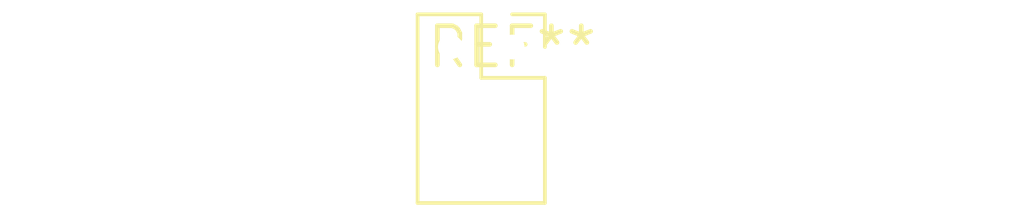
<source format=kicad_pcb>
(kicad_pcb (version 20240108) (generator pcbnew)
  (layers (0 "F.Cu" signal) (31 "B.Cu" signal) (34 "B.Paste" user) (35 "F.Paste" user) (36 "B.SilkS" user "B.Silkscreen") (37 "F.SilkS" user "F.Silkscreen") (38 "B.Mask" user) (39 "F.Mask" user) (44 "Edge.Cuts" user))
  (net 0 "")
  (footprint "PinSocket_2x03_P2.00mm_Vertical" (layer "F.Cu") (at 0 0)
    (property "Reference" "REF**")
    (property "Value" "PinSocket_2x03_P2.00mm_Vertical")
    (fp_line (start -3.06 -1.06) (end -3.06 5.06) (layer "F.SilkS") (stroke (width 0.12)))
    (fp_line (start -3.06 -1.06) (end -1 -1.06) (layer "F.SilkS") (stroke (width 0.12)))
    (fp_line (start -3.06 5.06) (end 1.06 5.06) (layer "F.SilkS") (stroke (width 0.12)))
    (fp_line (start -1 -1.06) (end -1 1) (layer "F.SilkS") (stroke (width 0.12)))
    (fp_line (start -1 1) (end 1.06 1) (layer "F.SilkS") (stroke (width 0.12)))
    (fp_line (start 0 -1.06) (end 1.06 -1.06) (layer "F.SilkS") (stroke (width 0.12)))
    (fp_line (start 1.06 -1.06) (end 1.06 0) (layer "F.SilkS") (stroke (width 0.12)))
    (fp_line (start 1.06 1) (end 1.06 5.06) (layer "F.SilkS") (stroke (width 0.12)))
    (pad "1" thru_hole rect (at 0 0) (size 1.35 1.35) (drill 0.8) (layers *.Cu *.Mask) (remove_unused_layers))
    (pad "2" thru_hole oval (at -2 0) (size 1.35 1.35) (drill 0.8) (layers *.Cu *.Mask) (remove_unused_layers))
    (pad "3" thru_hole oval (at 0 2) (size 1.35 1.35) (drill 0.8) (layers *.Cu *.Mask) (remove_unused_layers))
    (pad "4" thru_hole oval (at -2 2) (size 1.35 1.35) (drill 0.8) (layers *.Cu *.Mask) (remove_unused_layers))
    (pad "5" thru_hole oval (at 0 4) (size 1.35 1.35) (drill 0.8) (layers *.Cu *.Mask) (remove_unused_layers))
    (pad "6" thru_hole oval (at -2 4) (size 1.35 1.35) (drill 0.8) (layers *.Cu *.Mask) (remove_unused_layers))
  )
)
</source>
